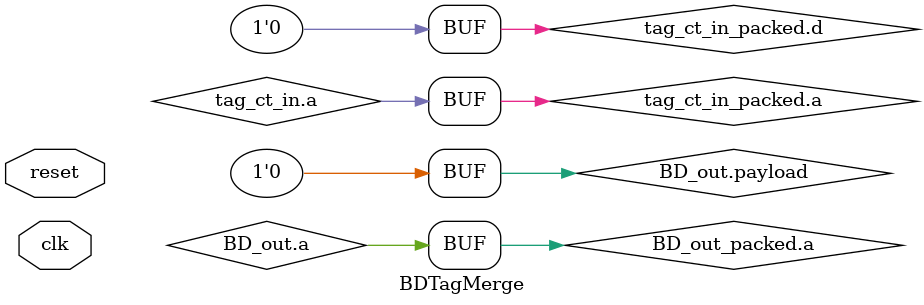
<source format=sv>
`include "Channel.svh"
`include "Interfaces.svh"

module BDTagMerge #(
  parameter NBDData_in = 20,
  parameter Ncode = 6, // leaf code
  parameter Ntag = 11,
  parameter Nct = 9) (

  UnencodedBDWordChannel BD_out,
  UnencodedBDWordChannel BD_in,
  TagCtChannel tag_ct_in,
  input clk, reset);

Channel #(NBDData_in + Ncode) BD_out_packed();
Channel #(NBDData_in + Ncode) BD_in_packed();
Channel #(NBDData_in + Ncode) tag_ct_in_packed(); // adds the code

localparam logic [Ncode-1:0] tag_ct_code = 30;

assign tag_ct_in_packed.v = tag_ct_in.v;
assign tag_ct_in_packed.d = {tag_ct_in.tag, tag_ct_in.ct, tag_ct_code};
assign tag_ct_in.a = tag_ct_in_packed.a;

assign BD_in_packed.v = BD_in.v;
assign BD_in_packed.d = {BD_in.payload, BD_in.leaf_code};
assign BD_in.a = BD_in_packed.a;

ChannelMerge base(BD_out_packed, BD_in_packed, tag_ct_in_packed, clk, reset);

assign BD_out.v = BD_out_packed.v;
assign {BD_out.payload, BD_out.leaf_code} = BD_out_packed.d;
assign BD_out_packed.a = BD_out.a;

endmodule

</source>
